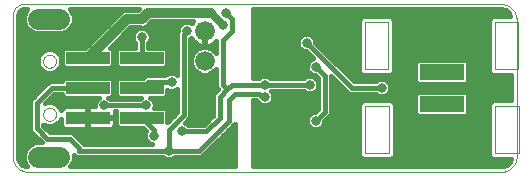
<source format=gbl>
G75*
%MOIN*%
%OFA0B0*%
%FSLAX24Y24*%
%IPPOS*%
%LPD*%
%AMOC8*
5,1,8,0,0,1.08239X$1,22.5*
%
%ADD10C,0.0000*%
%ADD11R,0.1450X0.0394*%
%ADD12C,0.0660*%
%ADD13R,0.1496X0.0551*%
%ADD14C,0.0039*%
%ADD15C,0.0700*%
%ADD16C,0.0320*%
%ADD17C,0.0320*%
%ADD18C,0.0330*%
%ADD19C,0.0280*%
%ADD20C,0.0160*%
D10*
X006380Y002193D02*
X022180Y002193D01*
X022224Y002195D01*
X022267Y002201D01*
X022309Y002210D01*
X022351Y002223D01*
X022391Y002240D01*
X022430Y002260D01*
X022467Y002283D01*
X022501Y002310D01*
X022534Y002339D01*
X022563Y002372D01*
X022590Y002406D01*
X022613Y002443D01*
X022633Y002482D01*
X022650Y002522D01*
X022663Y002564D01*
X022672Y002606D01*
X022678Y002649D01*
X022680Y002693D01*
X022680Y007293D01*
X022674Y007338D01*
X022664Y007383D01*
X022651Y007426D01*
X022634Y007469D01*
X022613Y007510D01*
X022590Y007549D01*
X022563Y007586D01*
X022533Y007620D01*
X022501Y007652D01*
X022466Y007681D01*
X022428Y007708D01*
X022389Y007731D01*
X022348Y007750D01*
X022305Y007766D01*
X022261Y007779D01*
X022217Y007788D01*
X022171Y007793D01*
X022126Y007795D01*
X022080Y007793D01*
X006280Y007793D01*
X006241Y007791D01*
X006202Y007785D01*
X006164Y007776D01*
X006127Y007763D01*
X006091Y007746D01*
X006058Y007726D01*
X006026Y007702D01*
X005997Y007676D01*
X005971Y007647D01*
X005947Y007615D01*
X005927Y007582D01*
X005910Y007546D01*
X005897Y007509D01*
X005888Y007471D01*
X005882Y007432D01*
X005880Y007393D01*
X005880Y002693D01*
X005882Y002649D01*
X005888Y002606D01*
X005897Y002564D01*
X005910Y002522D01*
X005927Y002482D01*
X005947Y002443D01*
X005970Y002406D01*
X005997Y002372D01*
X006026Y002339D01*
X006059Y002310D01*
X006093Y002283D01*
X006130Y002260D01*
X006169Y002240D01*
X006209Y002223D01*
X006251Y002210D01*
X006293Y002201D01*
X006336Y002195D01*
X006380Y002193D01*
X006609Y002690D02*
X006611Y002715D01*
X006617Y002739D01*
X006626Y002761D01*
X006639Y002782D01*
X006655Y002801D01*
X006674Y002817D01*
X006695Y002830D01*
X006717Y002839D01*
X006741Y002845D01*
X006766Y002847D01*
X006791Y002845D01*
X006815Y002839D01*
X006837Y002830D01*
X006858Y002817D01*
X006877Y002801D01*
X006893Y002782D01*
X006906Y002761D01*
X006915Y002739D01*
X006921Y002715D01*
X006923Y002690D01*
X006921Y002665D01*
X006915Y002641D01*
X006906Y002619D01*
X006893Y002598D01*
X006877Y002579D01*
X006858Y002563D01*
X006837Y002550D01*
X006815Y002541D01*
X006791Y002535D01*
X006766Y002533D01*
X006741Y002535D01*
X006717Y002541D01*
X006695Y002550D01*
X006674Y002563D01*
X006655Y002579D01*
X006639Y002598D01*
X006626Y002619D01*
X006617Y002641D01*
X006611Y002665D01*
X006609Y002690D01*
X006766Y002690D02*
X006768Y002715D01*
X006774Y002739D01*
X006783Y002761D01*
X006796Y002782D01*
X006812Y002801D01*
X006831Y002817D01*
X006852Y002830D01*
X006874Y002839D01*
X006898Y002845D01*
X006923Y002847D01*
X006948Y002845D01*
X006972Y002839D01*
X006994Y002830D01*
X007015Y002817D01*
X007034Y002801D01*
X007050Y002782D01*
X007063Y002761D01*
X007072Y002739D01*
X007078Y002715D01*
X007080Y002690D01*
X007078Y002665D01*
X007072Y002641D01*
X007063Y002619D01*
X007050Y002598D01*
X007034Y002579D01*
X007015Y002563D01*
X006994Y002550D01*
X006972Y002541D01*
X006948Y002535D01*
X006923Y002533D01*
X006898Y002535D01*
X006874Y002541D01*
X006852Y002550D01*
X006831Y002563D01*
X006812Y002579D01*
X006796Y002598D01*
X006783Y002619D01*
X006774Y002641D01*
X006768Y002665D01*
X006766Y002690D01*
X007081Y002690D02*
X007083Y002715D01*
X007089Y002739D01*
X007098Y002761D01*
X007111Y002782D01*
X007127Y002801D01*
X007146Y002817D01*
X007167Y002830D01*
X007189Y002839D01*
X007213Y002845D01*
X007238Y002847D01*
X007263Y002845D01*
X007287Y002839D01*
X007309Y002830D01*
X007330Y002817D01*
X007349Y002801D01*
X007365Y002782D01*
X007378Y002761D01*
X007387Y002739D01*
X007393Y002715D01*
X007395Y002690D01*
X007393Y002665D01*
X007387Y002641D01*
X007378Y002619D01*
X007365Y002598D01*
X007349Y002579D01*
X007330Y002563D01*
X007309Y002550D01*
X007287Y002541D01*
X007263Y002535D01*
X007238Y002533D01*
X007213Y002535D01*
X007189Y002541D01*
X007167Y002550D01*
X007146Y002563D01*
X007127Y002579D01*
X007111Y002598D01*
X007098Y002619D01*
X007089Y002641D01*
X007083Y002665D01*
X007081Y002690D01*
X007239Y002690D02*
X007241Y002715D01*
X007247Y002739D01*
X007256Y002761D01*
X007269Y002782D01*
X007285Y002801D01*
X007304Y002817D01*
X007325Y002830D01*
X007347Y002839D01*
X007371Y002845D01*
X007396Y002847D01*
X007421Y002845D01*
X007445Y002839D01*
X007467Y002830D01*
X007488Y002817D01*
X007507Y002801D01*
X007523Y002782D01*
X007536Y002761D01*
X007545Y002739D01*
X007551Y002715D01*
X007553Y002690D01*
X007551Y002665D01*
X007545Y002641D01*
X007536Y002619D01*
X007523Y002598D01*
X007507Y002579D01*
X007488Y002563D01*
X007467Y002550D01*
X007445Y002541D01*
X007421Y002535D01*
X007396Y002533D01*
X007371Y002535D01*
X007347Y002541D01*
X007325Y002550D01*
X007304Y002563D01*
X007285Y002579D01*
X007269Y002598D01*
X007256Y002619D01*
X007247Y002641D01*
X007241Y002665D01*
X007239Y002690D01*
X006892Y004107D02*
X006894Y004136D01*
X006900Y004164D01*
X006909Y004192D01*
X006922Y004218D01*
X006939Y004241D01*
X006958Y004263D01*
X006980Y004282D01*
X007005Y004297D01*
X007031Y004310D01*
X007059Y004318D01*
X007087Y004323D01*
X007116Y004324D01*
X007145Y004321D01*
X007173Y004314D01*
X007200Y004304D01*
X007226Y004290D01*
X007249Y004273D01*
X007270Y004253D01*
X007288Y004230D01*
X007303Y004205D01*
X007314Y004178D01*
X007322Y004150D01*
X007326Y004121D01*
X007326Y004093D01*
X007322Y004064D01*
X007314Y004036D01*
X007303Y004009D01*
X007288Y003984D01*
X007270Y003961D01*
X007249Y003941D01*
X007226Y003924D01*
X007200Y003910D01*
X007173Y003900D01*
X007145Y003893D01*
X007116Y003890D01*
X007087Y003891D01*
X007059Y003896D01*
X007031Y003904D01*
X007005Y003917D01*
X006980Y003932D01*
X006958Y003951D01*
X006939Y003973D01*
X006922Y003996D01*
X006909Y004022D01*
X006900Y004050D01*
X006894Y004078D01*
X006892Y004107D01*
X006892Y005879D02*
X006894Y005908D01*
X006900Y005936D01*
X006909Y005964D01*
X006922Y005990D01*
X006939Y006013D01*
X006958Y006035D01*
X006980Y006054D01*
X007005Y006069D01*
X007031Y006082D01*
X007059Y006090D01*
X007087Y006095D01*
X007116Y006096D01*
X007145Y006093D01*
X007173Y006086D01*
X007200Y006076D01*
X007226Y006062D01*
X007249Y006045D01*
X007270Y006025D01*
X007288Y006002D01*
X007303Y005977D01*
X007314Y005950D01*
X007322Y005922D01*
X007326Y005893D01*
X007326Y005865D01*
X007322Y005836D01*
X007314Y005808D01*
X007303Y005781D01*
X007288Y005756D01*
X007270Y005733D01*
X007249Y005713D01*
X007226Y005696D01*
X007200Y005682D01*
X007173Y005672D01*
X007145Y005665D01*
X007116Y005662D01*
X007087Y005663D01*
X007059Y005668D01*
X007031Y005676D01*
X007005Y005689D01*
X006980Y005704D01*
X006958Y005723D01*
X006939Y005745D01*
X006922Y005768D01*
X006909Y005794D01*
X006900Y005822D01*
X006894Y005850D01*
X006892Y005879D01*
X006766Y007296D02*
X006768Y007321D01*
X006774Y007345D01*
X006783Y007367D01*
X006796Y007388D01*
X006812Y007407D01*
X006831Y007423D01*
X006852Y007436D01*
X006874Y007445D01*
X006898Y007451D01*
X006923Y007453D01*
X006948Y007451D01*
X006972Y007445D01*
X006994Y007436D01*
X007015Y007423D01*
X007034Y007407D01*
X007050Y007388D01*
X007063Y007367D01*
X007072Y007345D01*
X007078Y007321D01*
X007080Y007296D01*
X007078Y007271D01*
X007072Y007247D01*
X007063Y007225D01*
X007050Y007204D01*
X007034Y007185D01*
X007015Y007169D01*
X006994Y007156D01*
X006972Y007147D01*
X006948Y007141D01*
X006923Y007139D01*
X006898Y007141D01*
X006874Y007147D01*
X006852Y007156D01*
X006831Y007169D01*
X006812Y007185D01*
X006796Y007204D01*
X006783Y007225D01*
X006774Y007247D01*
X006768Y007271D01*
X006766Y007296D01*
X006609Y007296D02*
X006611Y007321D01*
X006617Y007345D01*
X006626Y007367D01*
X006639Y007388D01*
X006655Y007407D01*
X006674Y007423D01*
X006695Y007436D01*
X006717Y007445D01*
X006741Y007451D01*
X006766Y007453D01*
X006791Y007451D01*
X006815Y007445D01*
X006837Y007436D01*
X006858Y007423D01*
X006877Y007407D01*
X006893Y007388D01*
X006906Y007367D01*
X006915Y007345D01*
X006921Y007321D01*
X006923Y007296D01*
X006921Y007271D01*
X006915Y007247D01*
X006906Y007225D01*
X006893Y007204D01*
X006877Y007185D01*
X006858Y007169D01*
X006837Y007156D01*
X006815Y007147D01*
X006791Y007141D01*
X006766Y007139D01*
X006741Y007141D01*
X006717Y007147D01*
X006695Y007156D01*
X006674Y007169D01*
X006655Y007185D01*
X006639Y007204D01*
X006626Y007225D01*
X006617Y007247D01*
X006611Y007271D01*
X006609Y007296D01*
X007081Y007296D02*
X007083Y007321D01*
X007089Y007345D01*
X007098Y007367D01*
X007111Y007388D01*
X007127Y007407D01*
X007146Y007423D01*
X007167Y007436D01*
X007189Y007445D01*
X007213Y007451D01*
X007238Y007453D01*
X007263Y007451D01*
X007287Y007445D01*
X007309Y007436D01*
X007330Y007423D01*
X007349Y007407D01*
X007365Y007388D01*
X007378Y007367D01*
X007387Y007345D01*
X007393Y007321D01*
X007395Y007296D01*
X007393Y007271D01*
X007387Y007247D01*
X007378Y007225D01*
X007365Y007204D01*
X007349Y007185D01*
X007330Y007169D01*
X007309Y007156D01*
X007287Y007147D01*
X007263Y007141D01*
X007238Y007139D01*
X007213Y007141D01*
X007189Y007147D01*
X007167Y007156D01*
X007146Y007169D01*
X007127Y007185D01*
X007111Y007204D01*
X007098Y007225D01*
X007089Y007247D01*
X007083Y007271D01*
X007081Y007296D01*
X007239Y007296D02*
X007241Y007321D01*
X007247Y007345D01*
X007256Y007367D01*
X007269Y007388D01*
X007285Y007407D01*
X007304Y007423D01*
X007325Y007436D01*
X007347Y007445D01*
X007371Y007451D01*
X007396Y007453D01*
X007421Y007451D01*
X007445Y007445D01*
X007467Y007436D01*
X007488Y007423D01*
X007507Y007407D01*
X007523Y007388D01*
X007536Y007367D01*
X007545Y007345D01*
X007551Y007321D01*
X007553Y007296D01*
X007551Y007271D01*
X007545Y007247D01*
X007536Y007225D01*
X007523Y007204D01*
X007507Y007185D01*
X007488Y007169D01*
X007467Y007156D01*
X007445Y007147D01*
X007421Y007141D01*
X007396Y007139D01*
X007371Y007141D01*
X007347Y007147D01*
X007325Y007156D01*
X007304Y007169D01*
X007285Y007185D01*
X007269Y007204D01*
X007256Y007225D01*
X007247Y007247D01*
X007241Y007271D01*
X007239Y007296D01*
D11*
X008380Y005993D03*
X010180Y005993D03*
X010180Y004993D03*
X008380Y004993D03*
X008380Y003993D03*
X010180Y003993D03*
D12*
X012280Y005893D03*
X012280Y006893D03*
D13*
X020180Y005527D03*
X020180Y004459D03*
D14*
X019594Y004341D02*
X020775Y004341D01*
X020775Y004578D01*
X019594Y004578D01*
X019594Y004341D01*
X018412Y004381D02*
X017625Y004381D01*
X017625Y002806D01*
X018412Y002806D01*
X018412Y004381D01*
X019586Y005409D02*
X020767Y005409D01*
X020767Y005645D01*
X019586Y005645D01*
X019586Y005409D01*
X018405Y005606D02*
X018405Y007181D01*
X017617Y007181D01*
X017617Y005606D01*
X018405Y005606D01*
X021948Y005606D02*
X022735Y005606D01*
X022735Y007181D01*
X021948Y007181D01*
X021948Y005606D01*
X021956Y004381D02*
X021956Y002806D01*
X022743Y002806D01*
X022743Y004381D01*
X021956Y004381D01*
D15*
X007431Y002690D02*
X006731Y002690D01*
X006731Y007296D02*
X007431Y007296D01*
D16*
X009080Y007493D03*
X009080Y006693D03*
X007180Y006593D03*
X006580Y006293D03*
X006380Y005593D03*
X006580Y004993D03*
X007380Y004693D03*
X006280Y004193D03*
X007180Y003593D03*
X006380Y003293D03*
X009080Y003293D03*
X011080Y002893D03*
X010480Y002593D03*
X013040Y003253D03*
X014180Y002993D03*
X015780Y002893D03*
X015980Y003493D03*
X015980Y003893D03*
X014180Y004093D03*
X014180Y003593D03*
X011530Y003543D03*
X011280Y004293D03*
X010320Y004413D03*
X008910Y004413D03*
X009680Y005493D03*
X011880Y006393D03*
X014180Y006393D03*
X014880Y006493D03*
X015680Y006493D03*
X015980Y005693D03*
X014180Y005493D03*
X014280Y005093D03*
X014280Y004693D03*
X015780Y005093D03*
X016680Y004993D03*
X018180Y004993D03*
X018780Y004693D03*
X019480Y004993D03*
X020180Y004993D03*
X020780Y004993D03*
X021380Y004693D03*
X021880Y004993D03*
X021380Y005293D03*
X018780Y005293D03*
X012880Y007093D03*
X012980Y007493D03*
X022180Y007493D03*
X022180Y002493D03*
D17*
X009080Y006693D02*
X008380Y005993D01*
X009080Y006693D02*
X009680Y007293D01*
X010180Y007293D01*
X010380Y007493D01*
X012480Y007493D01*
D18*
X011680Y006893D03*
X010180Y006693D03*
X010180Y007293D03*
X011180Y005193D03*
X010580Y003393D03*
D19*
X012880Y007093D02*
X012480Y007493D01*
D20*
X012980Y007493D02*
X013180Y007293D01*
X013180Y006893D01*
X012880Y006593D01*
X012880Y005093D01*
X013030Y004943D01*
X013180Y005093D01*
X014280Y005093D01*
X015780Y005093D01*
X016057Y005005D02*
X016070Y005005D01*
X016070Y005036D02*
X016026Y004929D01*
X015944Y004847D01*
X015838Y004803D01*
X015722Y004803D01*
X015616Y004847D01*
X015580Y004883D01*
X014500Y004883D01*
X014526Y004858D01*
X014570Y004751D01*
X014570Y004636D01*
X014526Y004529D01*
X014444Y004447D01*
X014338Y004403D01*
X014222Y004403D01*
X014116Y004447D01*
X014034Y004529D01*
X014025Y004551D01*
X013993Y004583D01*
X013880Y004583D01*
X013880Y002373D01*
X022180Y002373D01*
X022243Y002379D01*
X022358Y002427D01*
X022446Y002516D01*
X022484Y002606D01*
X021873Y002606D01*
X021756Y002723D01*
X021756Y004463D01*
X021873Y004580D01*
X022500Y004580D01*
X022500Y005406D01*
X021865Y005406D01*
X021748Y005523D01*
X021748Y007263D01*
X021865Y007380D01*
X022471Y007380D01*
X022420Y007477D01*
X022308Y007570D01*
X022169Y007613D01*
X022155Y007614D01*
X022155Y007613D01*
X022088Y007613D01*
X022022Y007607D01*
X022015Y007613D01*
X013880Y007613D01*
X013880Y005303D01*
X014080Y005303D01*
X014116Y005339D01*
X014222Y005383D01*
X014338Y005383D01*
X014444Y005339D01*
X014480Y005303D01*
X015580Y005303D01*
X015616Y005339D01*
X015722Y005383D01*
X015838Y005383D01*
X015944Y005339D01*
X016026Y005258D01*
X016070Y005151D01*
X016070Y005036D01*
X016065Y005163D02*
X016070Y005163D01*
X016490Y005163D02*
X016713Y005163D01*
X016872Y005005D02*
X016490Y005005D01*
X016490Y004846D02*
X017030Y004846D01*
X017093Y004783D02*
X017980Y004783D01*
X018016Y004747D01*
X018122Y004703D01*
X018238Y004703D01*
X018344Y004747D01*
X018426Y004829D01*
X018470Y004936D01*
X018470Y005051D01*
X018426Y005158D01*
X018344Y005239D01*
X018238Y005283D01*
X018122Y005283D01*
X018016Y005239D01*
X017980Y005203D01*
X017267Y005203D01*
X015970Y006500D01*
X015970Y006551D01*
X015926Y006658D01*
X015844Y006739D01*
X015738Y006783D01*
X015622Y006783D01*
X015516Y006739D01*
X015434Y006658D01*
X015390Y006551D01*
X015390Y006436D01*
X015434Y006329D01*
X015516Y006247D01*
X015622Y006203D01*
X015673Y006203D01*
X015902Y005975D01*
X015816Y005939D01*
X015734Y005858D01*
X015690Y005751D01*
X015690Y005636D01*
X015734Y005529D01*
X015816Y005447D01*
X015922Y005403D01*
X015973Y005403D01*
X016070Y005306D01*
X016070Y004280D01*
X015973Y004183D01*
X015922Y004183D01*
X015816Y004139D01*
X015734Y004058D01*
X015690Y003951D01*
X015690Y003836D01*
X015734Y003729D01*
X015816Y003647D01*
X015922Y003603D01*
X016038Y003603D01*
X016144Y003647D01*
X016226Y003729D01*
X016270Y003836D01*
X016270Y003886D01*
X016490Y004106D01*
X016490Y005386D01*
X017093Y004783D01*
X017180Y004993D02*
X015680Y006493D01*
X015406Y006590D02*
X013880Y006590D01*
X013880Y006748D02*
X015538Y006748D01*
X015822Y006748D02*
X017417Y006748D01*
X017417Y006590D02*
X015954Y006590D01*
X016039Y006431D02*
X017417Y006431D01*
X017417Y006273D02*
X016198Y006273D01*
X016356Y006114D02*
X017417Y006114D01*
X017417Y005956D02*
X016515Y005956D01*
X016673Y005797D02*
X017417Y005797D01*
X017417Y005639D02*
X016832Y005639D01*
X016990Y005480D02*
X017460Y005480D01*
X017417Y005523D02*
X017534Y005406D01*
X018487Y005406D01*
X018604Y005523D01*
X018604Y007263D01*
X018487Y007380D01*
X018322Y007380D01*
X017700Y007380D01*
X017534Y007380D01*
X017417Y007263D01*
X017417Y005523D01*
X017149Y005322D02*
X019302Y005322D01*
X019302Y005198D02*
X019378Y005122D01*
X020982Y005122D01*
X021058Y005198D01*
X021058Y005857D01*
X020982Y005933D01*
X019378Y005933D01*
X019302Y005857D01*
X019302Y005198D01*
X019337Y005163D02*
X018420Y005163D01*
X018470Y005005D02*
X022500Y005005D01*
X022500Y004846D02*
X021001Y004846D01*
X020982Y004865D02*
X021058Y004789D01*
X021058Y004130D01*
X020982Y004054D01*
X019378Y004054D01*
X019302Y004130D01*
X019302Y004789D01*
X019378Y004865D01*
X020982Y004865D01*
X021058Y004688D02*
X022500Y004688D01*
X021822Y004529D02*
X021058Y004529D01*
X021058Y004371D02*
X021756Y004371D01*
X021756Y004212D02*
X021058Y004212D01*
X021756Y004054D02*
X018612Y004054D01*
X018612Y003895D02*
X021756Y003895D01*
X021756Y003737D02*
X018612Y003737D01*
X018612Y003578D02*
X021756Y003578D01*
X021756Y003420D02*
X018612Y003420D01*
X018612Y003261D02*
X021756Y003261D01*
X021756Y003103D02*
X018612Y003103D01*
X018612Y002944D02*
X021756Y002944D01*
X021756Y002786D02*
X018612Y002786D01*
X018612Y002723D02*
X018612Y004463D01*
X018495Y004580D01*
X017542Y004580D01*
X017425Y004463D01*
X017425Y002723D01*
X017542Y002606D01*
X017708Y002606D01*
X018330Y002606D01*
X018495Y002606D01*
X018612Y002723D01*
X018516Y002627D02*
X021852Y002627D01*
X022400Y002469D02*
X013880Y002469D01*
X013880Y002627D02*
X017521Y002627D01*
X017425Y002786D02*
X013880Y002786D01*
X013880Y002944D02*
X017425Y002944D01*
X017425Y003103D02*
X013880Y003103D01*
X013880Y003261D02*
X017425Y003261D01*
X017425Y003420D02*
X013880Y003420D01*
X013880Y003578D02*
X017425Y003578D01*
X017425Y003737D02*
X016229Y003737D01*
X015731Y003737D02*
X013880Y003737D01*
X013880Y003895D02*
X015690Y003895D01*
X015733Y004054D02*
X013880Y004054D01*
X013880Y004212D02*
X016002Y004212D01*
X016280Y004193D02*
X015980Y003893D01*
X016279Y003895D02*
X017425Y003895D01*
X017425Y004054D02*
X016438Y004054D01*
X016490Y004212D02*
X017425Y004212D01*
X017425Y004371D02*
X016490Y004371D01*
X016490Y004529D02*
X017491Y004529D01*
X018546Y004529D02*
X019302Y004529D01*
X019302Y004371D02*
X018612Y004371D01*
X018612Y004212D02*
X019302Y004212D01*
X019302Y004688D02*
X016490Y004688D01*
X016070Y004688D02*
X014570Y004688D01*
X014280Y004693D02*
X014180Y004693D01*
X014080Y004793D01*
X013280Y004793D01*
X013080Y004593D01*
X013080Y003893D01*
X012080Y002893D01*
X011080Y002893D01*
X011080Y003593D01*
X011580Y004093D01*
X011580Y006793D01*
X011680Y006893D01*
X011385Y006895D02*
X011385Y006952D01*
X011430Y007060D01*
X011513Y007143D01*
X011621Y007188D01*
X011739Y007188D01*
X011837Y007148D01*
X011844Y007161D01*
X011875Y007203D01*
X010500Y007203D01*
X010435Y007138D01*
X010430Y007126D01*
X010347Y007043D01*
X010239Y006998D01*
X010121Y006998D01*
X010109Y007003D01*
X009800Y007003D01*
X009326Y006529D01*
X009117Y006320D01*
X009159Y006320D01*
X009235Y006244D01*
X009235Y005743D01*
X009159Y005666D01*
X007601Y005666D01*
X007525Y005743D01*
X007525Y006244D01*
X007601Y006320D01*
X008297Y006320D01*
X008916Y006939D01*
X009434Y007458D01*
X009516Y007539D01*
X009622Y007583D01*
X010060Y007583D01*
X010090Y007613D01*
X007793Y007613D01*
X007838Y007568D01*
X007911Y007392D01*
X007911Y007201D01*
X007838Y007025D01*
X007703Y006890D01*
X007526Y006816D01*
X006635Y006816D01*
X006459Y006890D01*
X006324Y007025D01*
X006251Y007201D01*
X006251Y007392D01*
X006324Y007568D01*
X006369Y007613D01*
X006280Y007613D01*
X006237Y007609D01*
X006158Y007576D01*
X006097Y007516D01*
X006064Y007436D01*
X006060Y007393D01*
X006060Y002693D01*
X006066Y002631D01*
X006114Y002516D01*
X006202Y002427D01*
X006318Y002379D01*
X006368Y002375D01*
X006324Y002418D01*
X006251Y002595D01*
X006251Y002786D01*
X006060Y002786D01*
X006060Y002944D02*
X006317Y002944D01*
X006324Y002962D02*
X006251Y002786D01*
X006324Y002962D02*
X006459Y003097D01*
X006635Y003170D01*
X006856Y003170D01*
X006593Y003433D01*
X006470Y003556D01*
X006470Y004580D01*
X006970Y005080D01*
X007093Y005203D01*
X007525Y005203D01*
X007525Y005244D01*
X007601Y005320D01*
X009159Y005320D01*
X009235Y005244D01*
X009235Y004743D01*
X009159Y004666D01*
X009057Y004666D01*
X009074Y004659D01*
X009110Y004623D01*
X010120Y004623D01*
X010156Y004659D01*
X010174Y004666D01*
X009401Y004666D01*
X009325Y004743D01*
X009325Y005244D01*
X009401Y005320D01*
X010210Y005320D01*
X010293Y005403D01*
X010973Y005403D01*
X011013Y005443D01*
X011121Y005488D01*
X011239Y005488D01*
X011347Y005443D01*
X011370Y005420D01*
X011370Y006880D01*
X011385Y006895D01*
X011385Y006907D02*
X010384Y006907D01*
X010347Y006943D02*
X010239Y006988D01*
X010121Y006988D01*
X010013Y006943D01*
X009930Y006860D01*
X009885Y006752D01*
X009885Y006635D01*
X009930Y006526D01*
X009970Y006486D01*
X009970Y006320D01*
X009401Y006320D01*
X009325Y006244D01*
X009325Y005743D01*
X009401Y005666D01*
X010959Y005666D01*
X011035Y005743D01*
X011035Y006244D01*
X010959Y006320D01*
X010390Y006320D01*
X010390Y006486D01*
X010430Y006526D01*
X010475Y006635D01*
X010475Y006752D01*
X010430Y006860D01*
X010347Y006943D01*
X010369Y007065D02*
X011435Y007065D01*
X012262Y006875D02*
X012299Y006875D01*
X012299Y006383D01*
X012320Y006383D01*
X012400Y006396D01*
X012476Y006421D01*
X012547Y006457D01*
X012612Y006504D01*
X012669Y006561D01*
X012670Y006562D01*
X012670Y006154D01*
X012541Y006283D01*
X012372Y006353D01*
X012189Y006353D01*
X012020Y006283D01*
X011890Y006154D01*
X011820Y005985D01*
X011820Y005802D01*
X011890Y005633D01*
X012020Y005503D01*
X012189Y005433D01*
X012372Y005433D01*
X012541Y005503D01*
X012670Y005633D01*
X012670Y005006D01*
X012733Y004943D01*
X012570Y004780D01*
X012570Y004080D01*
X012243Y003753D01*
X011730Y003753D01*
X011694Y003789D01*
X011609Y003825D01*
X011790Y004006D01*
X011790Y006620D01*
X011837Y006639D01*
X011844Y006626D01*
X011891Y006561D01*
X011948Y006504D01*
X012013Y006457D01*
X012084Y006421D01*
X012161Y006396D01*
X012240Y006383D01*
X012262Y006383D01*
X012262Y006875D01*
X012262Y006748D02*
X012299Y006748D01*
X012299Y006590D02*
X012262Y006590D01*
X011870Y006590D02*
X011790Y006590D01*
X011370Y006590D02*
X010457Y006590D01*
X010475Y006748D02*
X011370Y006748D01*
X011370Y006431D02*
X010390Y006431D01*
X009970Y006431D02*
X009228Y006431D01*
X009206Y006273D02*
X009354Y006273D01*
X009325Y006114D02*
X009235Y006114D01*
X009235Y005956D02*
X009325Y005956D01*
X009325Y005797D02*
X009235Y005797D01*
X010180Y005993D02*
X010180Y006693D01*
X009904Y006590D02*
X009387Y006590D01*
X009545Y006748D02*
X009885Y006748D01*
X009976Y006907D02*
X009704Y006907D01*
X009201Y007224D02*
X007911Y007224D01*
X007855Y007065D02*
X009042Y007065D01*
X008884Y006907D02*
X007720Y006907D01*
X008567Y006590D02*
X006060Y006590D01*
X006060Y006748D02*
X008725Y006748D01*
X008408Y006431D02*
X006060Y006431D01*
X006060Y006273D02*
X007023Y006273D01*
X007030Y006276D02*
X006884Y006215D01*
X006772Y006104D01*
X006712Y005958D01*
X006712Y005800D01*
X006772Y005655D01*
X006884Y005543D01*
X007030Y005483D01*
X007187Y005483D01*
X007333Y005543D01*
X007445Y005655D01*
X007505Y005800D01*
X007505Y005958D01*
X007445Y006104D01*
X007333Y006215D01*
X007187Y006276D01*
X007030Y006276D01*
X007194Y006273D02*
X007554Y006273D01*
X007525Y006114D02*
X007434Y006114D01*
X007505Y005956D02*
X007525Y005956D01*
X007525Y005797D02*
X007504Y005797D01*
X007429Y005639D02*
X011370Y005639D01*
X011370Y005480D02*
X011258Y005480D01*
X011102Y005480D02*
X006060Y005480D01*
X006060Y005639D02*
X006788Y005639D01*
X006713Y005797D02*
X006060Y005797D01*
X006060Y005956D02*
X006712Y005956D01*
X006783Y006114D02*
X006060Y006114D01*
X006060Y005322D02*
X010212Y005322D01*
X010380Y005193D02*
X011180Y005193D01*
X011790Y005163D02*
X012670Y005163D01*
X012672Y005005D02*
X011790Y005005D01*
X011790Y004846D02*
X012636Y004846D01*
X012780Y004693D02*
X013030Y004943D01*
X012780Y004693D02*
X012780Y003993D01*
X012330Y003543D01*
X011530Y003543D01*
X011035Y003845D02*
X011035Y004244D01*
X010959Y004320D01*
X010595Y004320D01*
X010610Y004356D01*
X010610Y004471D01*
X010566Y004578D01*
X010484Y004659D01*
X010467Y004666D01*
X010959Y004666D01*
X011035Y004743D01*
X011035Y004934D01*
X011121Y004898D01*
X011239Y004898D01*
X011347Y004943D01*
X011370Y004966D01*
X011370Y004180D01*
X011035Y003845D01*
X011035Y003895D02*
X011085Y003895D01*
X011035Y004054D02*
X011244Y004054D01*
X011679Y003895D02*
X012385Y003895D01*
X012544Y004054D02*
X011790Y004054D01*
X011790Y004212D02*
X012570Y004212D01*
X012570Y004371D02*
X011790Y004371D01*
X011790Y004529D02*
X012570Y004529D01*
X012570Y004688D02*
X011790Y004688D01*
X011370Y004688D02*
X010980Y004688D01*
X011035Y004846D02*
X011370Y004846D01*
X011370Y004529D02*
X010586Y004529D01*
X010610Y004371D02*
X011370Y004371D01*
X011370Y004212D02*
X011035Y004212D01*
X010320Y004413D02*
X008910Y004413D01*
X008644Y004529D02*
X007013Y004529D01*
X007030Y004504D02*
X006958Y004474D01*
X007267Y004783D01*
X007525Y004783D01*
X007525Y004743D01*
X007601Y004666D01*
X008764Y004666D01*
X008746Y004659D01*
X008664Y004578D01*
X008620Y004471D01*
X008620Y004370D01*
X008399Y004370D01*
X008399Y004012D01*
X009285Y004012D01*
X009285Y004203D01*
X009325Y004203D01*
X009325Y003743D01*
X009401Y003666D01*
X010210Y003666D01*
X010326Y003551D01*
X010285Y003452D01*
X010285Y003335D01*
X010330Y003226D01*
X010413Y003143D01*
X010509Y003103D01*
X008267Y003103D01*
X007990Y003380D01*
X007867Y003503D01*
X007117Y003503D01*
X006890Y003730D01*
X006890Y003769D01*
X007030Y003711D01*
X007187Y003711D01*
X007333Y003771D01*
X007445Y003883D01*
X007475Y003956D01*
X007475Y003773D01*
X007487Y003727D01*
X007511Y003686D01*
X007545Y003652D01*
X007586Y003629D01*
X007631Y003616D01*
X008362Y003616D01*
X008362Y003975D01*
X008399Y003975D01*
X008399Y004012D01*
X008362Y004012D01*
X008362Y004370D01*
X007631Y004370D01*
X007586Y004358D01*
X007545Y004334D01*
X007511Y004301D01*
X007487Y004260D01*
X007482Y004241D01*
X007445Y004332D01*
X007333Y004444D01*
X007187Y004504D01*
X007030Y004504D01*
X006680Y004493D02*
X007180Y004993D01*
X008380Y004993D01*
X009235Y005005D02*
X009325Y005005D01*
X009325Y004846D02*
X009235Y004846D01*
X009180Y004688D02*
X009380Y004688D01*
X008620Y004371D02*
X007406Y004371D01*
X006680Y004493D02*
X006680Y003643D01*
X007030Y003293D01*
X007780Y003293D01*
X008080Y002993D01*
X008080Y002893D01*
X011080Y002893D01*
X010965Y002627D02*
X007911Y002627D01*
X007911Y002595D02*
X007911Y002766D01*
X007993Y002683D01*
X010880Y002683D01*
X010916Y002647D01*
X011022Y002603D01*
X011138Y002603D01*
X011244Y002647D01*
X011280Y002683D01*
X012167Y002683D01*
X013280Y003796D01*
X013280Y002373D01*
X007793Y002373D01*
X007838Y002418D01*
X007911Y002595D01*
X007859Y002469D02*
X013280Y002469D01*
X013280Y002627D02*
X011196Y002627D01*
X012270Y002786D02*
X013280Y002786D01*
X013280Y002944D02*
X012428Y002944D01*
X012587Y003103D02*
X013280Y003103D01*
X013280Y003261D02*
X012745Y003261D01*
X012904Y003420D02*
X013280Y003420D01*
X013280Y003578D02*
X013062Y003578D01*
X013221Y003737D02*
X013280Y003737D01*
X013880Y004371D02*
X016070Y004371D01*
X016070Y004529D02*
X014526Y004529D01*
X014034Y004529D02*
X013880Y004529D01*
X014531Y004846D02*
X015619Y004846D01*
X015942Y004846D02*
X016070Y004846D01*
X017180Y004993D02*
X018180Y004993D01*
X018433Y004846D02*
X019360Y004846D01*
X021024Y005163D02*
X022500Y005163D01*
X022500Y005322D02*
X021058Y005322D01*
X021058Y005480D02*
X021791Y005480D01*
X021748Y005639D02*
X021058Y005639D01*
X021058Y005797D02*
X021748Y005797D01*
X021748Y005956D02*
X018604Y005956D01*
X018604Y006114D02*
X021748Y006114D01*
X021748Y006273D02*
X018604Y006273D01*
X018604Y006431D02*
X021748Y006431D01*
X021748Y006590D02*
X018604Y006590D01*
X018604Y006748D02*
X021748Y006748D01*
X021748Y006907D02*
X018604Y006907D01*
X018604Y007065D02*
X021748Y007065D01*
X021748Y007224D02*
X018604Y007224D01*
X017417Y007224D02*
X013880Y007224D01*
X013880Y007065D02*
X017417Y007065D01*
X017417Y006907D02*
X013880Y006907D01*
X013880Y007382D02*
X022470Y007382D01*
X022343Y007541D02*
X013880Y007541D01*
X013880Y006431D02*
X015392Y006431D01*
X015491Y006273D02*
X013880Y006273D01*
X013880Y006114D02*
X015762Y006114D01*
X015856Y005956D02*
X013880Y005956D01*
X013880Y005797D02*
X015709Y005797D01*
X015980Y005693D02*
X016280Y005393D01*
X016280Y004193D01*
X016490Y005322D02*
X016555Y005322D01*
X016055Y005322D02*
X015962Y005322D01*
X015783Y005480D02*
X013880Y005480D01*
X013880Y005639D02*
X015690Y005639D01*
X015599Y005322D02*
X014462Y005322D01*
X014099Y005322D02*
X013880Y005322D01*
X012670Y005322D02*
X011790Y005322D01*
X011790Y005480D02*
X012075Y005480D01*
X011888Y005639D02*
X011790Y005639D01*
X011790Y005797D02*
X011822Y005797D01*
X011370Y005797D02*
X011035Y005797D01*
X011035Y005956D02*
X011370Y005956D01*
X011370Y006114D02*
X011035Y006114D01*
X011006Y006273D02*
X011370Y006273D01*
X011790Y006273D02*
X012009Y006273D01*
X012063Y006431D02*
X011790Y006431D01*
X012262Y006431D02*
X012299Y006431D01*
X012497Y006431D02*
X012670Y006431D01*
X012670Y006273D02*
X012551Y006273D01*
X012670Y006154D02*
X012670Y006154D01*
X011874Y006114D02*
X011790Y006114D01*
X011790Y005956D02*
X011820Y005956D01*
X012670Y005633D02*
X012670Y005633D01*
X012670Y005480D02*
X012485Y005480D01*
X010380Y005193D02*
X010180Y004993D01*
X009325Y005163D02*
X009235Y005163D01*
X007580Y004688D02*
X007172Y004688D01*
X006578Y004688D02*
X006060Y004688D01*
X006060Y004846D02*
X006736Y004846D01*
X006895Y005005D02*
X006060Y005005D01*
X006060Y005163D02*
X007053Y005163D01*
X006470Y004529D02*
X006060Y004529D01*
X006060Y004371D02*
X006470Y004371D01*
X006470Y004212D02*
X006060Y004212D01*
X006060Y004054D02*
X006470Y004054D01*
X006470Y003895D02*
X006060Y003895D01*
X006060Y003737D02*
X006470Y003737D01*
X006470Y003578D02*
X006060Y003578D01*
X006060Y003420D02*
X006607Y003420D01*
X006765Y003261D02*
X006060Y003261D01*
X006060Y003103D02*
X006473Y003103D01*
X006251Y002627D02*
X006068Y002627D01*
X006161Y002469D02*
X006303Y002469D01*
X008109Y003261D02*
X010316Y003261D01*
X010285Y003420D02*
X007951Y003420D01*
X008399Y003616D02*
X009129Y003616D01*
X009175Y003629D01*
X009216Y003652D01*
X009249Y003686D01*
X009273Y003727D01*
X009285Y003773D01*
X009285Y003975D01*
X008399Y003975D01*
X008399Y003616D01*
X008399Y003737D02*
X008362Y003737D01*
X008362Y003895D02*
X008399Y003895D01*
X008399Y004054D02*
X008362Y004054D01*
X008362Y004212D02*
X008399Y004212D01*
X009285Y004054D02*
X009325Y004054D01*
X009325Y003895D02*
X009285Y003895D01*
X009276Y003737D02*
X009331Y003737D01*
X010180Y003993D02*
X010580Y003593D01*
X010580Y003393D01*
X010298Y003578D02*
X007042Y003578D01*
X006967Y003737D02*
X006890Y003737D01*
X007250Y003737D02*
X007485Y003737D01*
X007475Y003895D02*
X007450Y003895D01*
X006442Y006907D02*
X006060Y006907D01*
X006060Y007065D02*
X006307Y007065D01*
X006251Y007224D02*
X006060Y007224D01*
X006060Y007382D02*
X006251Y007382D01*
X006313Y007541D02*
X006123Y007541D01*
X007849Y007541D02*
X009520Y007541D01*
X009359Y007382D02*
X007911Y007382D01*
X018604Y005797D02*
X019302Y005797D01*
X019302Y005639D02*
X018604Y005639D01*
X018561Y005480D02*
X019302Y005480D01*
M02*

</source>
